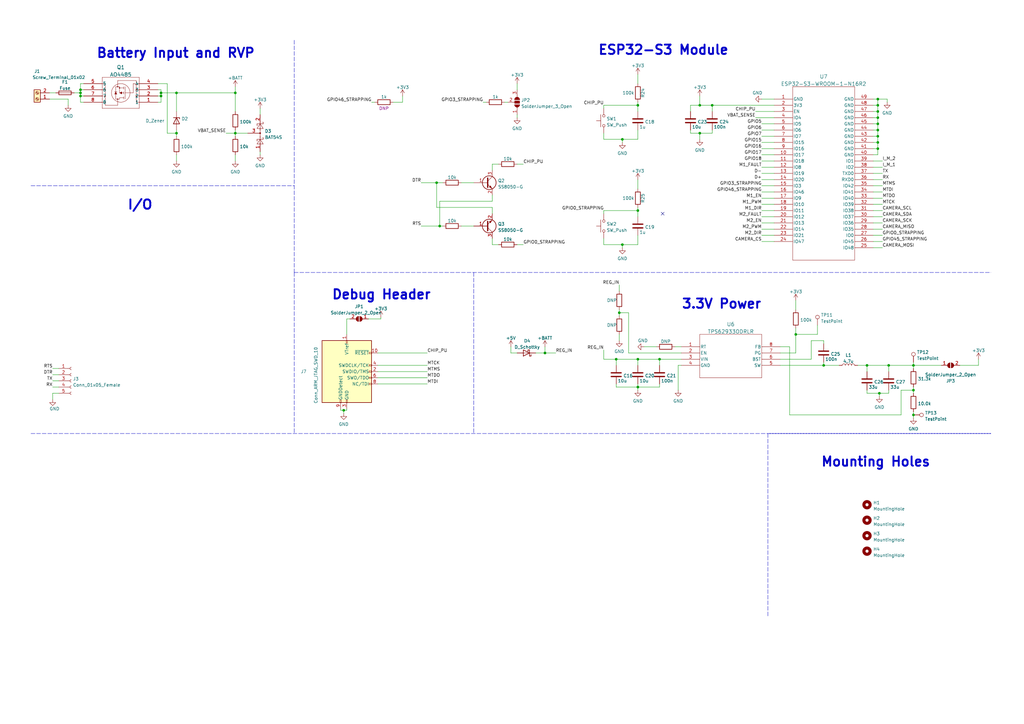
<source format=kicad_sch>
(kicad_sch (version 20231120) (generator "eeschema") (generator_version "8.0")
  (paper "A3")
  (title_block (title "ESP32 Example: Motor Controller") (date "2023-08-07") (rev "A") (company "ECE 445"))
  (lib_symbols
    (symbol "Connector:Conn_01x05_Female" (pin_names (offset 1.016) hide)
      (property "Reference" "J" (at 0 7.62 0))
      (property "Value" "Conn_01x05_Female" (at 0 -7.62 0))
      (symbol "Conn_01x05_Female_1_1"
        (pin passive line (at -5.08 5.08 0) (length 3.81) (name "Pin_1") (number "1"))
        (pin passive line (at -5.08 2.54 0) (length 3.81) (name "Pin_2") (number "2"))
        (pin passive line (at -5.08 0 0) (length 3.81) (name "Pin_3") (number "3"))
        (pin passive line (at -5.08 -2.54 0) (length 3.81) (name "Pin_4") (number "4"))
        (pin passive line (at -5.08 -5.08 0) (length 3.81) (name "Pin_5") (number "5"))
      )
    )
    (symbol "Connector:Conn_ARM_JTAG_SWD_10" (pin_names (offset 1.016))
      (property "Reference" "J" (at -2.54 16.51 0))
      (property "Value" "Conn_ARM_JTAG_SWD_10" (at -2.54 13.97 0))
      (symbol "Conn_ARM_JTAG_SWD_10_1_1"
        (pin power_in line (at 0 15.24 270) (length 2.54) (name "VTref") (number "1"))
        (pin open_collector line (at 12.7 7.62 180) (length 2.54) (name "~{RESET}") (number "10"))
        (pin bidirectional line (at 12.7 0 180) (length 2.54) (name "SWDIO/TMS") (number "2"))
        (pin power_in line (at 0 -15.24 90) (length 2.54) (name "GND") (number "3"))
        (pin output line (at 12.7 2.54 180) (length 2.54) (name "SWDCLK/TCK") (number "4"))
        (pin passive line (at 0 -15.24 90) (length 2.54) hide (name "GND") (number "5"))
        (pin input line (at 12.7 -2.54 180) (length 2.54) (name "SWO/TDO") (number "6"))
        (pin no_connect line (at -10.16 0 0) (length 2.54) hide (name "KEY") (number "7"))
        (pin output line (at 12.7 -5.08 180) (length 2.54) (name "NC/TDI") (number "8"))
        (pin passive line (at -2.54 -15.24 90) (length 2.54) (name "GNDDetect") (number "9"))
      )
    )
    (symbol "Connector:Screw_Terminal_01x02" (pin_names (offset 1.016) hide)
      (property "Reference" "J" (at 0 2.54 0))
      (property "Value" "Screw_Terminal_01x02" (at 0 -5.08 0))
      (symbol "Screw_Terminal_01x02_1_1"
        (pin passive line (at -5.08 0 0) (length 3.81) (name "Pin_1") (number "1"))
        (pin passive line (at -5.08 -2.54 0) (length 3.81) (name "Pin_2") (number "2"))
      )
    )
    (symbol "Connector:TestPoint" (pin_numbers hide) (pin_names (offset 0.762) hide)
      (property "Reference" "TP" (at 0 6.858 0))
      (property "Value" "TestPoint" (at 0 5.08 0))
      (symbol "TestPoint_1_1"
        (pin passive line (at 0 0 90) (length 2.54) (name "1") (number "1"))
      )
    )
    (symbol "Device:D_Schottky" (pin_numbers hide) (pin_names (offset 1.016) hide)
      (property "Reference" "D" (at 0 2.54 0))
      (property "Value" "D_Schottky" (at 0 -2.54 0))
      (symbol "D_Schottky_1_1"
        (pin passive line (at -3.81 0 0) (length 2.54) (name "K") (number "1"))
        (pin passive line (at 3.81 0 180) (length 2.54) (name "A") (number "2"))
      )
    )
    (symbol "Device:D_Zener" (pin_numbers hide) (pin_names (offset 1.016) hide)
      (property "Reference" "D" (at 0 2.54 0))
      (property "Value" "D_Zener" (at 0 -2.54 0))
      (symbol "D_Zener_1_1"
        (pin passive line (at -3.81 0 0) (length 2.54) (name "K") (number "1"))
        (pin passive line (at 3.81 0 180) (length 2.54) (name "A") (number "2"))
      )
    )
    (symbol "Device:Fuse" (pin_numbers hide) (pin_names (offset 0))
      (property "Reference" "F" (at 2.032 0 90))
      (property "Value" "Fuse" (at -1.905 0 90))
      (symbol "Fuse_1_1"
        (pin passive line (at 0 3.81 270) (length 1.27) (name "~") (number "1"))
        (pin passive line (at 0 -3.81 90) (length 1.27) (name "~") (number "2"))
      )
    )
    (symbol "Device:Q_NPN_BEC" (pin_names (offset 0) hide)
      (property "Reference" "Q" (at 5.08 1.27 0))
      (property "Value" "Q_NPN_BEC" (at 5.08 -1.27 0))
      (symbol "Q_NPN_BEC_1_1"
        (pin input line (at -5.08 0 0) (length 5.715) (name "B") (number "1"))
        (pin passive line (at 2.54 -5.08 90) (length 2.54) (name "E") (number "2"))
        (pin passive line (at 2.54 5.08 270) (length 2.54) (name "C") (number "3"))
      )
    )
    (symbol "Diode:BAT54S" (pin_names (offset 1.016))
      (property "Reference" "D" (at 0.635 -3.81 0))
      (property "Value" "BAT54S" (at -6.35 3.175 0))
      (symbol "BAT54S_1_1"
        (pin passive line (at -7.62 0 0) (length 3.81) (name "~") (number "1"))
        (pin passive line (at 7.62 0 180) (length 3.81) (name "~") (number "2"))
        (pin passive line (at 0 -5.08 90) (length 5.08) (name "~") (number "3"))
      )
    )
    (symbol "Jumper:SolderJumper_2_Open" (pin_names (offset 0) hide)
      (property "Reference" "JP" (at 0 2.032 0))
      (property "Value" "SolderJumper_2_Open" (at 0 -2.54 0))
      (symbol "SolderJumper_2_Open_1_1"
        (pin passive line (at -3.81 0 0) (length 2.54) (name "A") (number "1"))
        (pin passive line (at 3.81 0 180) (length 2.54) (name "B") (number "2"))
      )
    )
    (symbol "Jumper:SolderJumper_3_Open" (pin_names (offset 0) hide)
      (property "Reference" "JP" (at -2.54 -2.54 0))
      (property "Value" "SolderJumper_3_Open" (at 0 2.794 0))
      (symbol "SolderJumper_3_Open_1_1"
        (pin passive line (at -5.08 0 0) (length 2.54) (name "A") (number "1"))
        (pin passive line (at 0 -3.81 90) (length 2.54) (name "C") (number "2"))
        (pin passive line (at 5.08 0 180) (length 2.54) (name "B") (number "3"))
      )
    )
    (symbol "Mechanical:MountingHole" (pin_names (offset 1.016))
      (property "Reference" "H" (at 0 5.08 0))
      (property "Value" "MountingHole" (at 0 3.175 0))
    )
    (symbol "Switch:SW_Push" (pin_numbers hide) (pin_names (offset 1.016) hide)
      (property "Reference" "SW" (at 1.27 2.54 0))
      (property "Value" "SW_Push" (at 0 -1.524 0))
      (symbol "SW_Push_0_1"
        (pin passive line (at -5.08 0 0) (length 2.54) (name "1") (number "1"))
        (pin passive line (at 5.08 0 180) (length 2.54) (name "2") (number "2"))
      )
    )
    (symbol "basic:C" (pin_numbers hide) (pin_names (offset 0.254))
      (property "Reference" "C" (at 0.635 2.54 0))
      (symbol "C_1_1"
        (pin passive line (at 0 3.81 270) (length 2.794) (name "~") (number "1"))
        (pin passive line (at 0 -3.81 90) (length 2.794) (name "~") (number "2"))
      )
    )
    (symbol "basic:L" (pin_numbers hide) (pin_names (offset 1.016) hide)
      (property "Reference" "L" (at -1.27 0 90))
      (property "Value" "L" (at 1.905 0 90))
      (symbol "L_1_1"
        (pin passive line (at 0 3.81 270) (length 1.27) (name "1") (number "1"))
        (pin passive line (at 0 -3.81 90) (length 1.27) (name "2") (number "2"))
      )
    )
    (symbol "basic:R" (pin_numbers hide) (pin_names (offset 0))
      (property "Value" "R" (at 0 0 90))
      (symbol "R_1_1"
        (pin passive line (at 0 3.81 270) (length 1.27) (name "~") (number "1"))
        (pin passive line (at 0 -3.81 90) (length 1.27) (name "~") (number "2"))
      )
    )
    (symbol "local_symbols:AO4485" (pin_names (offset 0.254))
      (property "Reference" "Q" (at 15.24 7.62 0))
      (property "Value" "AO4485" (at 15.24 5.08 0))
      (symbol "AO4485_0_1"
        (pin unspecified line (at 0 0 0) (length 7.62) (name "1") (number "1"))
        (pin unspecified line (at 0 -2.54 0) (length 7.62) (name "2") (number "2"))
        (pin unspecified line (at 0 -5.08 0) (length 7.62) (name "3") (number "3"))
        (pin unspecified line (at 0 -7.62 0) (length 7.62) (name "4") (number "4"))
        (pin unspecified line (at 30.48 -7.62 180) (length 7.62) (name "5") (number "5"))
        (pin unspecified line (at 30.48 -5.08 180) (length 7.62) (name "6") (number "6"))
        (pin unspecified line (at 30.48 -2.54 180) (length 7.62) (name "7") (number "7"))
        (pin unspecified line (at 30.48 0 180) (length 7.62) (name "8") (number "8"))
      )
    )
    (symbol "local_symbols:ESP32-S3-WROOM-1-N16R2" (pin_names (offset 0.254))
      (property "Reference" "U" (at 20.32 10.16 0))
      (property "Value" "ESP32-S3-WROOM-1-N16R2" (at 20.32 7.62 0))
      (symbol "ESP32-S3-WROOM-1-N16R2_0_1"
        (pin power_out line (at 0 0 0) (length 7.62) (name "GND") (number "1"))
        (pin bidirectional line (at 0 -22.86 0) (length 7.62) (name "IO17") (number "10"))
        (pin bidirectional line (at 0 -25.4 0) (length 7.62) (name "IO18") (number "11"))
        (pin bidirectional line (at 0 -27.94 0) (length 7.62) (name "IO8") (number "12"))
        (pin bidirectional line (at 0 -30.48 0) (length 7.62) (name "IO19") (number "13"))
        (pin bidirectional line (at 0 -33.02 0) (length 7.62) (name "IO20") (number "14"))
        (pin bidirectional line (at 0 -35.56 0) (length 7.62) (name "IO3") (number "15"))
        (pin bidirectional line (at 0 -38.1 0) (length 7.62) (name "IO46") (number "16"))
        (pin bidirectional line (at 0 -40.64 0) (length 7.62) (name "IO9") (number "17"))
        (pin bidirectional line (at 0 -43.18 0) (length 7.62) (name "IO10") (number "18"))
        (pin bidirectional line (at 0 -45.72 0) (length 7.62) (name "IO11") (number "19"))
        (pin power_in line (at 0 -2.54 0) (length 7.62) (name "3V3") (number "2"))
        (pin bidirectional line (at 0 -48.26 0) (length 7.62) (name "IO12") (number "20"))
        (pin bidirectional line (at 0 -50.8 0) (length 7.62) (name "IO13") (number "21"))
        (pin bidirectional line (at 0 -53.34 0) (length 7.62) (name "IO14") (number "22"))
        (pin bidirectional line (at 0 -55.88 0) (length 7.62) (name "IO21") (number "23"))
        (pin bidirectional line (at 0 -58.42 0) (length 7.62) (name "IO47") (number "24"))
        (pin bidirectional line (at 40.64 -60.96 180) (length 7.62) (name "IO48") (number "25"))
        (pin bidirectional line (at 40.64 -58.42 180) (length 7.62) (name "IO45") (number "26"))
        (pin bidirectional line (at 40.64 -55.88 180) (length 7.62) (name "IO0") (number "27"))
        (pin bidirectional line (at 40.64 -53.34 180) (length 7.62) (name "IO35") (number "28"))
        (pin bidirectional line (at 40.64 -50.8 180) (length 7.62) (name "IO36") (number "29"))
        (pin input line (at 0 -5.08 0) (length 7.62) (name "EN") (number "3"))
        (pin bidirectional line (at 40.64 -48.26 180) (length 7.62) (name "IO37") (number "30"))
        (pin bidirectional line (at 40.64 -45.72 180) (length 7.62) (name "IO38") (number "31"))
        (pin bidirectional line (at 40.64 -43.18 180) (length 7.62) (name "IO39") (number "32"))
        (pin bidirectional line (at 40.64 -40.64 180) (length 7.62) (name "IO40") (number "33"))
        (pin bidirectional line (at 40.64 -38.1 180) (length 7.62) (name "IO41") (number "34"))
        (pin bidirectional line (at 40.64 -35.56 180) (length 7.62) (name "IO42") (number "35"))
        (pin bidirectional line (at 40.64 -33.02 180) (length 7.62) (name "RXD0") (number "36"))
        (pin bidirectional line (at 40.64 -30.48 180) (length 7.62) (name "TXD0") (number "37"))
        (pin bidirectional line (at 40.64 -27.94 180) (length 7.62) (name "IO2") (number "38"))
        (pin bidirectional line (at 40.64 -25.4 180) (length 7.62) (name "IO1") (number "39"))
        (pin bidirectional line (at 0 -7.62 0) (length 7.62) (name "IO4") (number "4"))
        (pin power_out line (at 40.64 -22.86 180) (length 7.62) (name "GND") (number "40"))
        (pin power_out line (at 40.64 -20.32 180) (length 7.62) (name "GND") (number "41"))
        (pin power_out line (at 40.64 -17.78 180) (length 7.62) (name "GND") (number "42"))
        (pin power_out line (at 40.64 -15.24 180) (length 7.62) (name "GND") (number "43"))
        (pin power_out line (at 40.64 -12.7 180) (length 7.62) (name "GND") (number "44"))
        (pin power_out line (at 40.64 -10.16 180) (length 7.62) (name "GND") (number "45"))
        (pin power_out line (at 40.64 -7.62 180) (length 7.62) (name "GND") (number "46"))
        (pin power_out line (at 40.64 -5.08 180) (length 7.62) (name "GND") (number "47"))
        (pin power_out line (at 40.64 -2.54 180) (length 7.62) (name "GND") (number "48"))
        (pin power_out line (at 40.64 0 180) (length 7.62) (name "GND") (number "49"))
        (pin bidirectional line (at 0 -10.16 0) (length 7.62) (name "IO5") (number "5"))
        (pin bidirectional line (at 0 -12.7 0) (length 7.62) (name "IO6") (number "6"))
        (pin bidirectional line (at 0 -15.24 0) (length 7.62) (name "IO7") (number "7"))
        (pin bidirectional line (at 0 -17.78 0) (length 7.62) (name "IO15") (number "8"))
        (pin bidirectional line (at 0 -20.32 0) (length 7.62) (name "IO16") (number "9"))
      )
    )
    (symbol "local_symbols:TPS62933ODRLR" (pin_names (offset 0.254))
      (property "Reference" "U" (at 20.32 10.16 0))
      (property "Value" "TPS62933ODRLR" (at 20.32 7.62 0))
      (symbol "TPS62933ODRLR_0_1"
        (pin unspecified line (at 0 0 0) (length 7.62) (name "RT") (number "1"))
        (pin unspecified line (at 0 -2.54 0) (length 7.62) (name "EN") (number "2"))
        (pin power_in line (at 0 -5.08 0) (length 7.62) (name "VIN") (number "3"))
        (pin power_out line (at 0 -7.62 0) (length 7.62) (name "GND") (number "4"))
        (pin power_in line (at 40.64 -7.62 180) (length 7.62) (name "SW") (number "5"))
        (pin power_in line (at 40.64 -5.08 180) (length 7.62) (name "BST") (number "6"))
        (pin unspecified line (at 40.64 -2.54 180) (length 7.62) (name "PG") (number "7"))
        (pin unspecified line (at 40.64 0 180) (length 7.62) (name "FB") (number "8"))
      )
    )
    (symbol "power:+3V3" (power) (pin_names (offset 0))
      (property "Value" "+3V3" (at 0 3.556 0))
      (symbol "+3V3_1_1"
        (pin power_in line (at 0 0 90) (length 0) hide (name "+3V3") (number "1"))
      )
    )
    (symbol "power:+5V" (power) (pin_names (offset 0))
      (property "Value" "+5V" (at 0 3.556 0))
      (symbol "+5V_1_1"
        (pin power_in line (at 0 0 90) (length 0) hide (name "+5V") (number "1"))
      )
    )
    (symbol "power:+BATT" (power) (pin_names (offset 0))
      (property "Value" "+BATT" (at 0 3.556 0))
      (symbol "+BATT_1_1"
        (pin power_in line (at 0 0 90) (length 0) hide (name "+BATT") (number "1"))
      )
    )
    (symbol "power:GND" (power) (pin_names (offset 0))
      (property "Value" "GND" (at 0 -3.81 0))
      (symbol "GND_1_1"
        (pin power_in line (at 0 0 270) (length 0) hide (name "GND") (number "1"))
      )
    )
  )
  (junction (at 261.62 43.18))
  (junction (at 72.39 54.61))
  (junction (at 223.52 144.78))
  (junction (at 66.04 38.1))
  (junction (at 33.02 39.37))
  (junction (at 360.045 55.88))
  (junction (at 261.62 158.75))
  (junction (at 360.045 45.72))
  (junction (at 364.49 149.86))
  (junction (at 287.02 43.18))
  (junction (at 360.045 48.26))
  (junction (at 326.39 137.16))
  (junction (at 337.82 149.86))
  (junction (at 360.045 50.8))
  (junction (at 33.02 38.1))
  (junction (at 261.62 147.32))
  (junction (at 287.02 54.61))
  (junction (at 140.97 168.275))
  (junction (at 374.65 170.18))
  (junction (at 360.68 161.29))
  (junction (at 180.34 92.71))
  (junction (at 96.52 38.1))
  (junction (at 270.51 147.32))
  (junction (at 360.045 40.64))
  (junction (at 255.27 57.15))
  (junction (at 179.07 74.93))
  (junction (at 66.04 39.37))
  (junction (at 360.045 53.34))
  (junction (at 360.045 60.96))
  (junction (at 252.73 147.32))
  (junction (at 33.02 36.83))
  (junction (at 374.65 149.86))
  (junction (at 374.65 160.02))
  (junction (at 254 128.27))
  (junction (at 360.045 43.18))
  (junction (at 72.39 38.1))
  (junction (at 255.27 100.33))
  (junction (at 292.1 43.18))
  (junction (at 360.045 58.42))
  (junction (at 261.62 86.36))
  (junction (at 355.6 149.86))
  (junction (at 96.52 54.61))
  (no_connect (at 421.64 144.78))
  (no_connect (at 271.78 87.63))
  (wire (pts (xy 270.51 158.75) (xy 261.62 158.75)))
  (wire (pts (xy 207.01 41.91) (xy 208.28 41.91)))
  (wire (pts (xy 64.77 36.83) (xy 66.04 36.83)))
  (wire (pts (xy 358.14 101.6) (xy 361.95 101.6)))
  (polyline (pts (xy 12.7 177.8) (xy 406.4 177.8)) (stroke (width 0) (type dash)))
  (wire (pts (xy 219.71 144.78) (xy 223.52 144.78)))
  (wire (pts (xy 374.65 168.91) (xy 374.65 170.18)))
  (wire (pts (xy 261.62 85.09) (xy 261.62 86.36)))
  (wire (pts (xy 172.72 92.71) (xy 180.34 92.71)))
  (wire (pts (xy 374.65 160.02) (xy 374.65 161.29)))
  (wire (pts (xy 358.14 60.96) (xy 360.045 60.96)))
  (wire (pts (xy 212.09 46.99) (xy 212.09 48.26)))
  (wire (pts (xy 106.68 62.23) (xy 106.68 63.5)))
  (wire (pts (xy 96.52 54.61) (xy 96.52 55.88)))
  (wire (pts (xy 257.81 144.78) (xy 257.81 128.27)))
  (wire (pts (xy 283.21 54.61) (xy 287.02 54.61)))
  (wire (pts (xy 154.94 154.94) (xy 175.26 154.94)))
  (wire (pts (xy 337.82 139.7) (xy 337.82 140.97)))
  (wire (pts (xy 337.82 149.86) (xy 344.17 149.86)))
  (wire (pts (xy 33.02 41.91) (xy 34.29 41.91)))
  (wire (pts (xy 33.02 39.37) (xy 34.29 39.37)))
  (wire (pts (xy 312.42 76.2) (xy 317.5 76.2)))
  (wire (pts (xy 201.93 82.55) (xy 180.34 82.55)))
  (wire (pts (xy 247.65 147.32) (xy 252.73 147.32)))
  (wire (pts (xy 351.79 149.86) (xy 355.6 149.86)))
  (polyline (pts (xy 120.65 111.76) (xy 120.65 177.8)) (stroke (width 0) (type dash)))
  (wire (pts (xy 201.93 97.79) (xy 201.93 100.33)))
  (wire (pts (xy 360.045 60.96) (xy 360.045 58.42)))
  (wire (pts (xy 142.24 168.275) (xy 140.97 168.275)))
  (wire (pts (xy 30.48 38.1) (xy 33.02 38.1)))
  (wire (pts (xy 374.65 170.18) (xy 374.65 171.45)))
  (wire (pts (xy 360.045 63.5) (xy 360.045 60.96)))
  (wire (pts (xy 312.42 58.42) (xy 317.5 58.42)))
  (wire (pts (xy 312.42 53.34) (xy 317.5 53.34)))
  (wire (pts (xy 261.62 43.18) (xy 261.62 45.72)))
  (wire (pts (xy 312.42 73.66) (xy 317.5 73.66)))
  (wire (pts (xy 360.045 55.88) (xy 360.045 53.34)))
  (wire (pts (xy 33.02 38.1) (xy 33.02 39.37)))
  (wire (pts (xy 261.62 158.75) (xy 261.62 160.02)))
  (wire (pts (xy 255.27 100.33) (xy 255.27 101.6)))
  (wire (pts (xy 96.52 63.5) (xy 96.52 66.04)))
  (wire (pts (xy 201.93 67.31) (xy 201.93 69.85)))
  (wire (pts (xy 320.04 144.78) (xy 326.39 144.78)))
  (wire (pts (xy 360.68 161.29) (xy 360.68 162.56)))
  (wire (pts (xy 270.51 149.86) (xy 270.51 147.32)))
  (wire (pts (xy 283.21 43.18) (xy 287.02 43.18)))
  (wire (pts (xy 255.27 57.15) (xy 255.27 58.42)))
  (wire (pts (xy 247.65 86.36) (xy 261.62 86.36)))
  (wire (pts (xy 223.52 144.78) (xy 227.965 144.78)))
  (wire (pts (xy 261.62 149.86) (xy 261.62 147.32)))
  (wire (pts (xy 358.14 88.9) (xy 361.95 88.9)))
  (wire (pts (xy 72.39 54.61) (xy 72.39 55.88)))
  (wire (pts (xy 143.51 130.81) (xy 142.24 130.81)))
  (wire (pts (xy 72.39 38.1) (xy 96.52 38.1)))
  (wire (pts (xy 312.42 83.82) (xy 317.5 83.82)))
  (wire (pts (xy 139.7 167.64) (xy 139.7 168.275)))
  (wire (pts (xy 261.62 30.48) (xy 261.62 34.29)))
  (wire (pts (xy 358.14 50.8) (xy 360.045 50.8)))
  (wire (pts (xy 72.39 54.61) (xy 68.58 54.61)))
  (wire (pts (xy 142.24 167.64) (xy 142.24 168.275)))
  (wire (pts (xy 309.88 45.72) (xy 317.5 45.72)))
  (wire (pts (xy 72.39 53.34) (xy 72.39 54.61)))
  (wire (pts (xy 360.045 53.34) (xy 360.045 50.8)))
  (wire (pts (xy 312.42 78.74) (xy 317.5 78.74)))
  (wire (pts (xy 332.74 139.7) (xy 337.82 139.7)))
  (wire (pts (xy 68.58 34.29) (xy 64.77 34.29)))
  (wire (pts (xy 254 116.84) (xy 254 119.38)))
  (wire (pts (xy 364.49 149.86) (xy 374.65 149.86)))
  (wire (pts (xy 358.14 96.52) (xy 361.95 96.52)))
  (wire (pts (xy 20.32 38.1) (xy 22.86 38.1)))
  (polyline (pts (xy 12.7 76.2) (xy 120.65 76.2)) (stroke (width 0) (type dash)))
  (wire (pts (xy 257.81 128.27) (xy 254 128.27)))
  (wire (pts (xy 247.65 97.79) (xy 247.65 100.33)))
  (wire (pts (xy 292.1 43.18) (xy 317.5 43.18)))
  (wire (pts (xy 96.52 54.61) (xy 101.6 54.61)))
  (wire (pts (xy 21.59 153.67) (xy 24.13 153.67)))
  (wire (pts (xy 96.52 38.1) (xy 96.52 45.72)))
  (wire (pts (xy 106.68 44.45) (xy 106.68 46.99)))
  (wire (pts (xy 154.94 152.4) (xy 175.26 152.4)))
  (wire (pts (xy 179.07 85.09) (xy 179.07 74.93)))
  (wire (pts (xy 312.42 63.5) (xy 317.5 63.5)))
  (wire (pts (xy 64.77 39.37) (xy 66.04 39.37)))
  (wire (pts (xy 360.045 40.64) (xy 363.855 40.64)))
  (wire (pts (xy 96.52 38.1) (xy 96.52 35.56)))
  (wire (pts (xy 358.14 71.12) (xy 361.95 71.12)))
  (wire (pts (xy 360.045 48.26) (xy 360.045 45.72)))
  (wire (pts (xy 261.62 100.33) (xy 255.27 100.33)))
  (wire (pts (xy 358.14 81.28) (xy 361.95 81.28)))
  (wire (pts (xy 320.04 147.32) (xy 332.74 147.32)))
  (wire (pts (xy 358.14 63.5) (xy 360.045 63.5)))
  (wire (pts (xy 287.02 54.61) (xy 292.1 54.61)))
  (wire (pts (xy 358.14 55.88) (xy 360.045 55.88)))
  (wire (pts (xy 254 128.27) (xy 254 129.54)))
  (wire (pts (xy 360.68 161.29) (xy 364.49 161.29)))
  (wire (pts (xy 358.14 53.34) (xy 360.045 53.34)))
  (wire (pts (xy 358.14 86.36) (xy 361.95 86.36)))
  (wire (pts (xy 323.85 170.18) (xy 323.85 142.24)))
  (wire (pts (xy 154.94 157.48) (xy 175.26 157.48)))
  (wire (pts (xy 358.14 76.2) (xy 361.95 76.2)))
  (wire (pts (xy 287.02 54.61) (xy 287.02 57.15)))
  (wire (pts (xy 332.74 147.32) (xy 332.74 139.7)))
  (wire (pts (xy 358.14 68.58) (xy 361.95 68.58)))
  (wire (pts (xy 360.045 40.64) (xy 360.045 43.18)))
  (wire (pts (xy 358.14 91.44) (xy 361.95 91.44)))
  (wire (pts (xy 261.62 86.36) (xy 261.62 88.9)))
  (wire (pts (xy 358.14 83.82) (xy 361.95 83.82)))
  (wire (pts (xy 374.65 151.13) (xy 374.65 149.86)))
  (wire (pts (xy 201.93 87.63) (xy 201.93 85.09)))
  (wire (pts (xy 172.72 74.93) (xy 179.07 74.93)))
  (wire (pts (xy 96.52 53.34) (xy 96.52 54.61)))
  (wire (pts (xy 335.28 133.35) (xy 335.28 137.16)))
  (wire (pts (xy 261.62 41.91) (xy 261.62 43.18)))
  (wire (pts (xy 66.04 38.1) (xy 66.04 39.37)))
  (wire (pts (xy 33.02 39.37) (xy 33.02 41.91)))
  (wire (pts (xy 140.97 168.275) (xy 140.97 169.545)))
  (wire (pts (xy 179.07 74.93) (xy 181.61 74.93)))
  (wire (pts (xy 364.49 152.4) (xy 364.49 149.86)))
  (wire (pts (xy 358.14 73.66) (xy 361.95 73.66)))
  (wire (pts (xy 209.55 144.78) (xy 212.09 144.78)))
  (wire (pts (xy 27.94 40.64) (xy 27.94 43.18)))
  (wire (pts (xy 374.65 160.02) (xy 369.57 160.02)))
  (wire (pts (xy 64.77 41.91) (xy 66.04 41.91)))
  (wire (pts (xy 312.42 91.44) (xy 317.5 91.44)))
  (wire (pts (xy 33.02 34.29) (xy 33.02 36.83)))
  (wire (pts (xy 270.51 147.32) (xy 279.4 147.32)))
  (wire (pts (xy 358.14 48.26) (xy 360.045 48.26)))
  (wire (pts (xy 212.09 67.31) (xy 214.63 67.31)))
  (wire (pts (xy 252.73 157.48) (xy 252.73 158.75)))
  (wire (pts (xy 374.65 149.86) (xy 386.08 149.86)))
  (wire (pts (xy 374.65 148.59) (xy 374.65 149.86)))
  (wire (pts (xy 292.1 53.34) (xy 292.1 54.61)))
  (wire (pts (xy 66.04 36.83) (xy 66.04 38.1)))
  (wire (pts (xy 247.65 57.15) (xy 255.27 57.15)))
  (wire (pts (xy 358.14 40.64) (xy 360.045 40.64)))
  (wire (pts (xy 247.65 43.18) (xy 261.62 43.18)))
  (wire (pts (xy 312.42 68.58) (xy 317.5 68.58)))
  (wire (pts (xy 66.04 38.1) (xy 72.39 38.1)))
  (wire (pts (xy 355.6 161.29) (xy 360.68 161.29)))
  (wire (pts (xy 358.14 99.06) (xy 361.95 99.06)))
  (wire (pts (xy 261.62 73.66) (xy 261.62 77.47)))
  (wire (pts (xy 21.59 161.29) (xy 21.59 163.83)))
  (wire (pts (xy 279.4 144.78) (xy 257.81 144.78)))
  (wire (pts (xy 261.62 96.52) (xy 261.62 100.33)))
  (wire (pts (xy 312.42 86.36) (xy 317.5 86.36)))
  (wire (pts (xy 92.71 54.61) (xy 96.52 54.61)))
  (wire (pts (xy 261.62 57.15) (xy 255.27 57.15)))
  (wire (pts (xy 401.32 147.32) (xy 401.32 149.86)))
  (wire (pts (xy 212.09 100.33) (xy 214.63 100.33)))
  (wire (pts (xy 358.14 45.72) (xy 360.045 45.72)))
  (wire (pts (xy 161.29 41.91) (xy 165.1 41.91)))
  (wire (pts (xy 312.42 93.98) (xy 317.5 93.98)))
  (wire (pts (xy 180.34 82.55) (xy 180.34 92.71)))
  (wire (pts (xy 33.02 36.83) (xy 33.02 38.1)))
  (polyline (pts (xy 194.31 111.76) (xy 194.31 177.8)) (stroke (width 0) (type dash)))
  (wire (pts (xy 283.21 45.72) (xy 283.21 43.18)))
  (wire (pts (xy 358.14 58.42) (xy 360.045 58.42)))
  (wire (pts (xy 270.51 147.32) (xy 261.62 147.32)))
  (wire (pts (xy 154.94 149.86) (xy 175.26 149.86)))
  (wire (pts (xy 364.49 149.86) (xy 355.6 149.86)))
  (wire (pts (xy 326.39 137.16) (xy 326.39 144.78)))
  (wire (pts (xy 355.6 149.86) (xy 355.6 152.4)))
  (wire (pts (xy 247.65 54.61) (xy 247.65 57.15)))
  (wire (pts (xy 24.13 161.29) (xy 21.59 161.29)))
  (wire (pts (xy 247.65 44.45) (xy 247.65 43.18)))
  (wire (pts (xy 369.57 170.18) (xy 323.85 170.18)))
  (wire (pts (xy 180.34 92.71) (xy 181.61 92.71)))
  (wire (pts (xy 374.65 158.75) (xy 374.65 160.02)))
  (wire (pts (xy 270.51 157.48) (xy 270.51 158.75)))
  (wire (pts (xy 142.24 130.81) (xy 142.24 137.16)))
  (wire (pts (xy 21.59 151.13) (xy 24.13 151.13)))
  (wire (pts (xy 254 137.16) (xy 254 139.7)))
  (wire (pts (xy 360.045 50.8) (xy 360.045 48.26)))
  (wire (pts (xy 68.58 54.61) (xy 68.58 34.29)))
  (wire (pts (xy 279.4 149.86) (xy 278.13 149.86)))
  (wire (pts (xy 151.13 130.81) (xy 156.21 130.81)))
  (wire (pts (xy 252.73 147.32) (xy 252.73 149.86)))
  (wire (pts (xy 21.59 156.21) (xy 24.13 156.21)))
  (wire (pts (xy 201.93 80.01) (xy 201.93 82.55)))
  (polyline (pts (xy 120.65 111.76) (xy 406.4 111.76)) (stroke (width 0) (type dash)))
  (wire (pts (xy 287.02 39.37) (xy 287.02 43.18)))
  (wire (pts (xy 204.47 67.31) (xy 201.93 67.31)))
  (wire (pts (xy 312.42 96.52) (xy 317.5 96.52)))
  (wire (pts (xy 326.39 123.19) (xy 326.39 127)))
  (wire (pts (xy 34.29 34.29) (xy 33.02 34.29)))
  (wire (pts (xy 278.13 149.86) (xy 278.13 160.02)))
  (wire (pts (xy 189.23 74.93) (xy 194.31 74.93)))
  (wire (pts (xy 312.42 81.28) (xy 317.5 81.28)))
  (wire (pts (xy 247.65 87.63) (xy 247.65 86.36)))
  (wire (pts (xy 201.93 100.33) (xy 204.47 100.33)))
  (wire (pts (xy 264.16 142.24) (xy 269.24 142.24)))
  (wire (pts (xy 363.855 41.91) (xy 363.855 40.64)))
  (wire (pts (xy 323.85 142.24) (xy 320.04 142.24)))
  (wire (pts (xy 360.045 43.18) (xy 358.14 43.18)))
  (wire (pts (xy 254 127) (xy 254 128.27)))
  (wire (pts (xy 360.045 45.72) (xy 360.045 43.18)))
  (wire (pts (xy 156.21 130.175) (xy 156.21 130.81)))
  (wire (pts (xy 312.42 60.96) (xy 317.5 60.96)))
  (polyline (pts (xy 120.65 16.51) (xy 120.65 111.76)) (stroke (width 0) (type dash)))
  (wire (pts (xy 358.14 66.04) (xy 361.95 66.04)))
  (wire (pts (xy 72.39 63.5) (xy 72.39 66.04)))
  (wire (pts (xy 283.21 53.34) (xy 283.21 54.61)))
  (wire (pts (xy 312.42 50.8) (xy 317.5 50.8)))
  (wire (pts (xy 358.14 78.74) (xy 361.95 78.74)))
  (wire (pts (xy 312.42 40.64) (xy 317.5 40.64)))
  (wire (pts (xy 369.57 160.02) (xy 369.57 170.18)))
  (wire (pts (xy 189.23 92.71) (xy 194.31 92.71)))
  (wire (pts (xy 252.73 158.75) (xy 261.62 158.75)))
  (wire (pts (xy 209.55 142.24) (xy 209.55 144.78)))
  (wire (pts (xy 312.42 71.12) (xy 317.5 71.12)))
  (wire (pts (xy 261.62 53.34) (xy 261.62 57.15)))
  (wire (pts (xy 312.42 88.9) (xy 317.5 88.9)))
  (polyline (pts (xy 406.4 177.8) (xy 314.96 177.8)) (stroke (width 0) (type dash)))
  (wire (pts (xy 223.52 142.24) (xy 223.52 144.78)))
  (wire (pts (xy 309.88 48.26) (xy 317.5 48.26)))
  (wire (pts (xy 312.42 55.88) (xy 317.5 55.88)))
  (wire (pts (xy 312.42 66.04) (xy 317.5 66.04)))
  (wire (pts (xy 20.32 40.64) (xy 27.94 40.64)))
  (wire (pts (xy 276.86 142.24) (xy 279.4 142.24)))
  (wire (pts (xy 21.59 158.75) (xy 24.13 158.75)))
  (wire (pts (xy 355.6 160.02) (xy 355.6 161.29)))
  (wire (pts (xy 358.14 93.98) (xy 361.95 93.98)))
  (wire (pts (xy 201.93 85.09) (xy 179.07 85.09)))
  (wire (pts (xy 66.04 39.37) (xy 66.04 41.91)))
  (wire (pts (xy 72.39 38.1) (xy 72.39 45.72)))
  (wire (pts (xy 212.09 34.29) (xy 212.09 36.83)))
  (wire (pts (xy 261.62 157.48) (xy 261.62 158.75)))
  (wire (pts (xy 198.12 41.91) (xy 199.39 41.91)))
  (wire (pts (xy 335.28 137.16) (xy 326.39 137.16)))
  (wire (pts (xy 154.94 144.78) (xy 175.26 144.78)))
  (wire (pts (xy 292.1 43.18) (xy 292.1 45.72)))
  (wire (pts (xy 261.62 147.32) (xy 252.73 147.32)))
  (wire (pts (xy 287.02 43.18) (xy 292.1 43.18)))
  (wire (pts (xy 33.02 36.83) (xy 34.29 36.83)))
  (wire (pts (xy 165.1 39.37) (xy 165.1 41.91)))
  (wire (pts (xy 247.65 100.33) (xy 255.27 100.33)))
  (wire (pts (xy 139.7 168.275) (xy 140.97 168.275)))
  (wire (pts (xy 364.49 161.29) (xy 364.49 160.02)))
  (wire (pts (xy 393.7 149.86) (xy 401.32 149.86)))
  (wire (pts (xy 247.65 143.51) (xy 247.65 147.32)))
  (wire (pts (xy 337.82 148.59) (xy 337.82 149.86)))
  (wire (pts (xy 360.045 58.42) (xy 360.045 55.88)))
  (wire (pts (xy 320.04 149.86) (xy 337.82 149.86)))
  (polyline (pts (xy 314.96 177.8) (xy 314.96 252.73)) (stroke (width 0) (type dash)))
  (wire (pts (xy 326.39 134.62) (xy 326.39 137.16)))
  (wire (pts (xy 312.42 99.06) (xy 317.5 99.06)))
  (wire (pts (xy 152.4 41.91) (xy 153.67 41.91)))
  (text "ESP32-S3 Module" (at 245.11 22.86 0) (effects (font (size 3.81 3.81) (thickness 0.762) (bold yes)) (justify left bottom)))
  (text "Debug Header" (at 135.89 123.19 0) (effects (font (size 3.81 3.81) (thickness 0.762) (bold yes)) (justify left bottom)))
  (text "Mounting Holes" (at 336.55 191.77 0) (effects (font (size 3.81 3.81) (thickness 0.762) (bold yes)) (justify left bottom)))
  (text "3.3V Power" (at 279.4 127 0) (effects (font (size 3.81 3.81) (thickness 0.762) (bold yes)) (justify left bottom)))
  (text "Battery Input and RVP" (at 39.37 24.13 0) (effects (font (size 3.81 3.81) (thickness 0.762) (bold yes)) (justify left bottom)))
  (text "I/O" (at 52.07 86.36 0) (effects (font (size 3.81 3.81) (thickness 0.762) (bold yes)) (justify left bottom)))
  (label "REG_IN" (at 247.65 143.51 180))
  (label "M2_EN" (at 312.42 91.44 180))
  (label "CHIP_PU" (at 214.63 67.31 0))
  (label "M1_FAULT" (at 312.42 68.58 180))
  (label "RX" (at 21.59 158.75 180))
  (label "RX" (at 361.95 73.66 0))
  (label "GPIO6" (at 312.42 53.34 180))
  (label "CAMERA_SCK" (at 361.95 91.44 0))
  (label "I_M_2" (at 361.95 66.04 0))
  (label "TX" (at 21.59 156.21 180))
  (label "CAMERA_SDA" (at 361.95 88.9 0))
  (label "GPIO45_STRAPPING" (at 361.95 99.06 0))
  (label "GPIO3_STRAPPING" (at 312.42 76.2 180))
  (label "GPIO46_STRAPPING" (at 312.42 78.74 180))
  (label "GPIO17" (at 312.42 63.5 180))
  (label "RTS" (at 21.59 151.13 180))
  (label "GPIO5" (at 312.42 50.8 180))
  (label "CAMERA_CS" (at 312.42 99.06 180))
  (label "CHIP_PU" (at 175.26 144.78 0))
  (label "CAMERA_SCL" (at 361.95 86.36 0))
  (label "CHIP_PU" (at 247.65 43.18 180))
  (label "MTCK" (at 361.95 83.82 0))
  (label "TX" (at 361.95 71.12 0))
  (label "M1_DIR" (at 312.42 86.36 180))
  (label "GPIO18" (at 312.42 66.04 180))
  (label "GPIO16" (at 312.42 60.96 180))
  (label "GPIO7" (at 312.42 55.88 180))
  (label "REG_IN" (at 227.965 144.78 0))
  (label "VBAT_SENSE" (at 309.88 48.26 180))
  (label "D+" (at 312.42 73.66 180))
  (label "GPIO0_STRAPPING" (at 247.65 86.36 180))
  (label "M2_PWM" (at 312.42 93.98 180))
  (label "D-" (at 312.42 71.12 180))
  (label "MTMS" (at 361.95 76.2 0))
  (label "MTDO" (at 361.95 81.28 0))
  (label "GPIO46_STRAPPING" (at 152.4 41.91 180))
  (label "CAMERA_MOSI" (at 361.95 101.6 0))
  (label "M1_EN" (at 312.42 81.28 180))
  (label "MTDI" (at 175.26 157.48 0))
  (label "MTDI" (at 361.95 78.74 0))
  (label "I_M_1" (at 361.95 68.58 0))
  (label "CHIP_PU" (at 309.88 45.72 180))
  (label "M1_PWM" (at 312.42 83.82 180))
  (label "M2_DIR" (at 312.42 96.52 180))
  (label "CAMERA_MISO" (at 361.95 93.98 0))
  (label "GPIO15" (at 312.42 58.42 180))
  (label "GPIO3_STRAPPING" (at 198.12 41.91 180))
  (label "MTDO" (at 175.26 154.94 0))
  (label "VBAT_SENSE" (at 92.71 54.61 180))
  (label "DTR" (at 172.72 74.93 180))
  (label "MTCK" (at 175.26 149.86 0))
  (label "DTR" (at 21.59 153.67 180))
  (label "GPIO0_STRAPPING" (at 214.63 100.33 0))
  (label "M2_FAULT" (at 312.42 88.9 180))
  (label "RTS" (at 172.72 92.71 180))
  (label "REG_IN" (at 254 116.84 180))
  (label "MTMS" (at 175.26 152.4 0))
  (label "GPIO0_STRAPPING" (at 361.95 96.52 0))
  (symbol (lib_id "basic:R") (at 374.65 154.94 0) (unit 1)
    (property "Reference" "R30" (effects (hide yes)))
    (property "Value" "31.3k" (at 376.428 155.3738 0) (effects (justify left)))
    (property "Footprint" "Resistor_SMD:R_0805_2012Metric" (effects (hide yes)))
  )
  (symbol (lib_id "power:GND") (at 212.09 48.26 0) (unit 1)
    (property "Reference" "#PWR043" (effects (hide yes)))
    (property "Value" "GND" (at 212.09 52.7034 0))
  )
  (symbol (lib_id "Connector:Conn_01x05_Female") (at 29.21 156.21 0) (unit 1)
    (property "Reference" "J3" (at 29.9212 155.3753 0) (effects (justify left)))
    (property "Value" "Conn_01x05_Female" (at 29.9212 157.9122 0) (effects (justify left)))
    (property "Footprint" "Connector_PinHeader_2.54mm:PinHeader_1x05_P2.54mm_Vertical" (effects (hide yes)))
  )
  (symbol (lib_id "basic:C") (at 283.21 49.53 0) (unit 1)
    (property "Reference" "C23" (at 286.131 49.9638 0) (effects (justify left)))
    (property "Value" "10u" (at 283.845 52.07 0) (effects (justify left)))
    (property "Footprint" "Capacitor_SMD:C_0805_2012Metric" (effects (hide yes)))
  )
  (symbol (lib_id "basic:C") (at 355.6 156.21 0) (unit 1)
    (property "Reference" "C26" (at 358.521 156.6438 0) (effects (justify left)))
    (property "Value" "33u" (at 356.235 158.75 0) (effects (justify left)))
    (property "Footprint" "Capacitor_SMD:C_0805_2012Metric" (effects (hide yes)))
    (property "Datasheet" "https://www.digikey.com/en/products/detail/tdk-corporation/C2012X5R1A336M125AC/2812454" (effects (hide yes)))
  )
  (symbol (lib_id "power:+3V3") (at 106.68 44.45 0) (unit 1)
    (property "Reference" "#PWR025" (effects (hide yes)))
    (property "Value" "+3V3" (at 106.68 40.8742 0))
  )
  (symbol (lib_id "basic:C") (at 292.1 49.53 0) (unit 1)
    (property "Reference" "C24" (at 295.021 49.9638 0) (effects (justify left)))
    (property "Value" "100n" (at 292.735 52.07 0) (effects (justify left)))
    (property "Footprint" "Capacitor_SMD:C_0805_2012Metric" (effects (hide yes)))
  )
  (symbol (lib_id "Jumper:SolderJumper_3_Open") (at 212.09 41.91 270) (mirror x) (unit 1)
    (property "Reference" "JP2" (at 213.741 41.0753 90) (effects (justify left)))
    (property "Value" "SolderJumper_3_Open" (at 213.741 43.6122 90) (effects (justify left)))
    (property "Footprint" "Jumper:SolderJumper-3_P2.0mm_Open_TrianglePad1.0x1.5mm" (effects (hide yes)))
  )
  (symbol (lib_id "basic:R") (at 208.28 100.33 90) (unit 1)
    (property "Reference" "R19" (effects (hide yes)))
    (property "Value" "10k" (at 208.28 98.1512 90))
    (property "Footprint" "Resistor_SMD:R_0805_2012Metric" (effects (hide yes)))
  )
  (symbol (lib_id "power:GND") (at 278.13 160.02 0) (unit 1)
    (property "Reference" "#PWR061" (effects (hide yes)))
    (property "Value" "GND" (at 278.13 164.4634 0))
  )
  (symbol (lib_id "Device:D_Schottky") (at 215.9 144.78 180) (unit 1)
    (property "Reference" "D4" (at 216.2175 139.8102 0))
    (property "Value" "D_Schottky" (at 216.2175 142.3471 0))
    (property "Footprint" "Diode_SMD:D_SMA" (effects (hide yes)))
    (property "Datasheet" "https://www.digikey.com/en/products/detail/comchip-technology/CDBA540-HF/5226175" (effects (hide yes)))
  )
  (symbol (lib_id "basic:R") (at 96.52 59.69 0) (unit 1)
    (property "Reference" "R9" (effects (hide yes)))
    (property "Value" "10k" (at 98.298 60.1238 0) (effects (justify left)))
    (property "Footprint" "Resistor_SMD:R_0805_2012Metric" (effects (hide yes)))
  )
  (symbol (lib_id "power:GND") (at 374.65 171.45 0) (unit 1)
    (property "Reference" "#PWR069" (effects (hide yes)))
    (property "Value" "GND" (at 374.65 175.8934 0))
  )
  (symbol (lib_id "power:+3V3") (at 401.32 147.32 0) (unit 1)
    (property "Reference" "#PWR070" (effects (hide yes)))
    (property "Value" "+3V3" (at 401.32 143.7442 0))
  )
  (symbol (lib_id "Mechanical:MountingHole") (at 355.6 219.71 0) (unit 1)
    (property "Reference" "H3" (at 358.14 218.8753 0) (effects (justify left)))
    (property "Value" "MountingHole" (at 358.14 221.4122 0) (effects (justify left)))
    (property "Footprint" "MountingHole:MountingHole_3.2mm_M3" (effects (hide yes)))
  )
  (symbol (lib_id "power:GND") (at 106.68 63.5 0) (unit 1)
    (property "Reference" "#PWR026" (effects (hide yes)))
    (property "Value" "GND" (at 106.68 67.9434 0))
  )
  (symbol (lib_id "power:GND") (at 255.27 58.42 0) (unit 1)
    (property "Reference" "#PWR051" (effects (hide yes)))
    (property "Value" "GND" (at 255.27 62.8634 0))
  )
  (symbol (lib_id "Connector:TestPoint") (at 374.65 170.18 270) (unit 1)
    (property "Reference" "TP13" (at 379.349 169.3453 90) (effects (justify left)))
    (property "Value" "TestPoint" (at 379.349 171.8822 90) (effects (justify left)))
    (property "Footprint" "TestPoint:TestPoint_Keystone_5010-5014_Multipurpose" (effects (hide yes)))
  )
  (symbol (lib_id "power:+3V3") (at 326.39 123.19 0) (unit 1)
    (property "Reference" "#PWR066" (effects (hide yes)))
    (property "Value" "+3V3" (at 326.39 119.6142 0))
  )
  (symbol (lib_id "power:+3V3") (at 261.62 30.48 0) (unit 1)
    (property "Reference" "#PWR054" (effects (hide yes)))
    (property "Value" "+3V3" (at 261.62 26.9042 0))
  )
  (symbol (lib_id "power:+5V") (at 209.55 142.24 0) (unit 1)
    (property "Reference" "#PWR041" (effects (hide yes)))
    (property "Value" "+5V" (at 209.55 138.6642 0))
  )
  (symbol (lib_id "basic:R") (at 185.42 92.71 90) (unit 1)
    (property "Reference" "R14" (effects (hide yes)))
    (property "Value" "10k" (at 185.42 90.5312 90))
    (property "Footprint" "Resistor_SMD:R_0805_2012Metric" (effects (hide yes)))
  )
  (symbol (lib_id "power:GND") (at 363.855 41.91 0) (unit 1)
    (property "Reference" "#PWR068" (effects (hide yes)))
    (property "Value" "GND" (at 363.855 46.3534 0))
  )
  (symbol (lib_id "Connector:TestPoint") (at 335.28 133.35 0) (unit 1)
    (property "Reference" "TP11" (at 336.677 129.2133 0) (effects (justify left)))
    (property "Value" "TestPoint" (at 336.677 131.7502 0) (effects (justify left)))
    (property "Footprint" "TestPoint:TestPoint_Pad_D2.0mm" (effects (hide yes)))
  )
  (symbol (lib_id "basic:R") (at 374.65 165.1 0) (unit 1)
    (property "Reference" "R31" (effects (hide yes)))
    (property "Value" "10.0k" (at 376.428 165.5338 0) (effects (justify left)))
    (property "Footprint" "Resistor_SMD:R_0805_2012Metric" (effects (hide yes)))
  )
  (symbol (lib_id "basic:C") (at 270.51 153.67 0) (unit 1)
    (property "Reference" "C21" (at 273.431 154.1038 0) (effects (justify left)))
    (property "Value" "100n" (at 271.145 156.21 0) (effects (justify left)))
    (property "Footprint" "Capacitor_SMD:C_0805_2012Metric" (effects (hide yes)))
  )
  (symbol (lib_id "Mechanical:MountingHole") (at 355.6 213.36 0) (unit 1)
    (property "Reference" "H2" (at 358.14 212.5253 0) (effects (justify left)))
    (property "Value" "MountingHole" (at 358.14 215.0622 0) (effects (justify left)))
    (property "Footprint" "MountingHole:MountingHole_3.2mm_M3" (effects (hide yes)))
  )
  (symbol (lib_id "power:GND") (at 261.62 160.02 0) (unit 1)
    (property "Reference" "#PWR056" (effects (hide yes)))
    (property "Value" "GND" (at 261.62 164.4634 0))
  )
  (symbol (lib_id "power:GND") (at 360.68 162.56 0) (unit 1)
    (property "Reference" "#PWR067" (effects (hide yes)))
    (property "Value" "GND" (at 360.68 167.0034 0))
  )
  (symbol (lib_id "basic:R") (at 208.28 67.31 90) (unit 1)
    (property "Reference" "R18" (effects (hide yes)))
    (property "Value" "10k" (at 208.28 65.1312 90))
    (property "Footprint" "Resistor_SMD:R_0805_2012Metric" (effects (hide yes)))
  )
  (symbol (lib_id "power:GND") (at 264.16 142.24 270) (unit 1)
    (property "Reference" "#PWR057" (effects (hide yes)))
    (property "Value" "GND" (at 261.62 139.7 90) (effects (justify left)))
  )
  (symbol (lib_id "power:GND") (at 287.02 57.15 0) (unit 1)
    (property "Reference" "#PWR063" (effects (hide yes)))
    (property "Value" "GND" (at 287.02 61.5934 0))
  )
  (symbol (lib_id "Device:D_Zener") (at 72.39 49.53 270) (unit 1)
    (property "Reference" "D2" (at 74.422 48.6953 90) (effects (justify left)))
    (property "Value" "D_Zener" (at 59.69 49.53 90) (effects (justify left)))
    (property "Footprint" "local_footprints:SOD-123_ONS" (effects (hide yes)))
    (property "Datasheet" "https://www.digikey.com/en/products/detail/onsemi/MMSZ5238BT1G/1482249" (effects (hide yes)))
  )
  (symbol (lib_id "power:GND") (at 140.97 169.545 0) (unit 1)
    (property "Reference" "#PWR030" (effects (hide yes)))
    (property "Value" "GND" (at 140.97 173.99 0))
  )
  (symbol (lib_id "local_symbols:TPS62933ODRLR") (at 279.4 142.24 0) (unit 1)
    (property "Reference" "U6" (at 299.72 133.0124 0) (effects (font (size 1.524 1.524))))
    (property "Value" "TPS62933ODRLR" (at 299.72 136.0058 0) (effects (font (size 1.524 1.524))))
    (property "Footprint" "local_footprints:SOT5X3-8_DRL_TEX" (effects (hide yes)))
    (property "Datasheet" "TPS62933ODRLR" (effects (hide yes)))
  )
  (symbol (lib_id "power:GND") (at 27.94 43.18 0) (unit 1)
    (property "Reference" "#PWR05" (effects (hide yes)))
    (property "Value" "GND" (at 27.94 47.6234 0))
  )
  (symbol (lib_id "power:GND") (at 254 139.7 0) (unit 1)
    (property "Reference" "#PWR050" (effects (hide yes)))
    (property "Value" "GND" (at 254 144.1434 0))
  )
  (symbol (lib_id "power:GND") (at 21.59 163.83 0) (unit 1)
    (property "Reference" "#PWR01" (effects (hide yes)))
    (property "Value" "GND" (at 20.32 167.64 0) (effects (justify left)))
  )
  (symbol (lib_id "power:+BATT") (at 223.52 142.24 0) (unit 1)
    (property "Reference" "#PWR048" (effects (hide yes)))
    (property "Value" "+BATT" (at 223.52 138.6642 0))
  )
  (symbol (lib_id "Device:Fuse") (at 26.67 38.1 90) (unit 1)
    (property "Reference" "F1" (at 26.67 33.6382 90))
    (property "Value" "Fuse" (at 26.67 36.1751 90))
    (property "Footprint" "Fuse:Fuseholder_Littelfuse_Nano2_154x" (effects (hide yes)))
    (property "Datasheet" "https://www.digikey.com/en/products/detail/littelfuse-inc/01550900M/2519878" (effects (hide yes)))
  )
  (symbol (lib_id "Diode:BAT54S") (at 106.68 54.61 270) (mirror x) (unit 1)
    (property "Reference" "D3" (at 108.585 53.7753 90) (effects (justify left)))
    (property "Value" "BAT54S" (at 108.585 56.3122 90) (effects (justify left)))
    (property "Footprint" "Package_TO_SOT_SMD:SOT-23" (effects (hide yes)))
    (property "Datasheet" "https://www.diodes.com/assets/Datasheets/ds11005.pdf" (effects (hide yes)))
  )
  (symbol (lib_id "basic:R") (at 254 133.35 0) (unit 1)
    (property "Reference" "R23" (effects (hide yes)))
    (property "Value" "DNP" (at 248.92 133.35 0) (effects (justify left)))
    (property "Footprint" "Resistor_SMD:R_0805_2012Metric" (effects (hide yes)))
  )
  (symbol (lib_id "power:+3V3") (at 212.09 34.29 0) (unit 1)
    (property "Reference" "#PWR042" (effects (hide yes)))
    (property "Value" "+3V3" (at 212.09 30.7142 0))
  )
  (symbol (lib_id "basic:C") (at 252.73 153.67 0) (unit 1)
    (property "Reference" "C16" (at 255.651 154.1038 0) (effects (justify left)))
    (property "Value" "10u" (at 253.365 156.21 0) (effects (justify left)))
    (property "Footprint" "Capacitor_SMD:C_0805_2012Metric" (effects (hide yes)))
  )
  (symbol (lib_id "Switch:SW_Push") (at 247.65 92.71 90) (unit 1)
    (property "Reference" "SW2" (at 248.793 91.8753 90) (effects (justify right)))
    (property "Value" "SW_Push" (at 248.793 94.4122 90) (effects (justify right)))
    (property "Footprint" "Button_Switch_SMD:SW_SPST_B3S-1000" (effects (hide yes)))
    (property "Datasheet" "https://www.digikey.com/en/products/detail/omron-electronics-inc-emc-div/B3S-1000/20686" (effects (hide yes)))
  )
  (symbol (lib_id "basic:R") (at 157.48 41.91 90) (unit 1)
    (property "Reference" "R12" (effects (hide yes)))
    (property "Value" "1k" (at 157.48 39.7312 90))
    (property "Footprint" "Resistor_SMD:R_0805_2012Metric" (effects (hide yes)))
    (property "Note" "DNP" (at 157.48 44.45 90))
  )
  (symbol (lib_id "power:+3V3") (at 261.62 73.66 0) (unit 1)
    (property "Reference" "#PWR055" (effects (hide yes)))
    (property "Value" "+3V3" (at 261.62 70.0842 0))
  )
  (symbol (lib_id "Connector:Conn_ARM_JTAG_SWD_10") (at 142.24 152.4 0) (unit 1)
    (property "Reference" "J7" (at 125.73 152.4 0) (effects (justify right)))
    (property "Value" "Conn_ARM_JTAG_SWD_10" (at 129.54 142.24 90) (effects (justify right)))
    (property "Footprint" "Connector_IDC:IDC-Header_2x05_P2.54mm_Vertical" (effects (hide yes)))
    (property "Datasheet" "http://infocenter.arm.com/help/topic/com.arm.doc.ddi0314h/DDI0314H_coresight_components_trm.pdf" (effects (hide yes)))
  )
  (symbol (lib_id "power:+3V3") (at 287.02 39.37 0) (unit 1)
    (property "Reference" "#PWR062" (effects (hide yes)))
    (property "Value" "+3V3" (at 287.02 35.7942 0))
  )
  (symbol (lib_id "basic:C") (at 261.62 49.53 0) (unit 1)
    (property "Reference" "C18" (at 264.541 49.9638 0) (effects (justify left)))
    (property "Value" "1u" (at 262.255 52.07 0) (effects (justify left)))
    (property "Footprint" "Capacitor_SMD:C_0805_2012Metric" (effects (hide yes)))
  )
  (symbol (lib_id "basic:R") (at 96.52 49.53 0) (unit 1)
    (property "Reference" "R8" (effects (hide yes)))
    (property "Value" "100k" (at 98.298 49.9638 0) (effects (justify left)))
    (property "Footprint" "Resistor_SMD:R_0805_2012Metric" (effects (hide yes)))
  )
  (symbol (lib_id "basic:R") (at 273.05 142.24 90) (unit 1)
    (property "Reference" "R26" (effects (hide yes)))
    (property "Value" "DNP" (at 273.05 140.0612 90))
    (property "Footprint" "Resistor_SMD:R_0805_2012Metric" (effects (hide yes)))
  )
  (symbol (lib_id "power:+3V3") (at 156.21 130.175 0) (unit 1)
    (property "Reference" "#PWR034" (effects (hide yes)))
    (property "Value" "+3V3" (at 156.21 126.5992 0))
  )
  (symbol (lib_id "Jumper:SolderJumper_2_Open") (at 389.89 149.86 0) (unit 1)
    (property "Reference" "JP3" (at 389.89 156.21 0))
    (property "Value" "SolderJumper_2_Open" (at 389.89 153.67 0))
    (property "Footprint" "Jumper:SolderJumper-2_P1.3mm_Open_TrianglePad1.0x1.5mm" (effects (hide yes)))
  )
  (symbol (lib_id "power:GND") (at 255.27 101.6 0) (unit 1)
    (property "Reference" "#PWR052" (effects (hide yes)))
    (property "Value" "GND" (at 255.27 106.0434 0))
  )
  (symbol (lib_id "basic:C") (at 364.49 156.21 0) (unit 1)
    (property "Reference" "C27" (at 367.411 156.6438 0) (effects (justify left)))
    (property "Value" "33u" (at 365.125 158.75 0) (effects (justify left)))
    (property "Footprint" "Capacitor_SMD:C_0805_2012Metric" (effects (hide yes)))
    (property "Datasheet" "https://www.digikey.com/en/products/detail/tdk-corporation/C2012X5R1A336M125AC/2812454" (effects (hide yes)))
  )
  (symbol (lib_id "power:+BATT") (at 96.52 35.56 0) (unit 1)
    (property "Reference" "#PWR019" (effects (hide yes)))
    (property "Value" "+BATT" (at 96.52 31.9842 0))
  )
  (symbol (lib_id "basic:C") (at 337.82 144.78 0) (unit 1)
    (property "Reference" "C25" (at 340.741 145.2138 0) (effects (justify left)))
    (property "Value" "100n" (at 338.455 147.32 0) (effects (justify left)))
    (property "Footprint" "Capacitor_SMD:C_0805_2012Metric" (effects (hide yes)))
  )
  (symbol (lib_id "Jumper:SolderJumper_2_Open") (at 147.32 130.81 180) (unit 1)
    (property "Reference" "JP1" (at 147.32 125.73 0))
    (property "Value" "SolderJumper_2_Open" (at 146.05 128.27 0))
    (property "Footprint" "Jumper:SolderJumper-2_P1.3mm_Open_TrianglePad1.0x1.5mm" (effects (hide yes)))
  )
  (symbol (lib_id "basic:R") (at 261.62 38.1 0) (unit 1)
    (property "Reference" "R24" (at 263.652 38.1 90))
    (property "Value" "100k" (at 255.27 38.1 0) (effects (justify left)))
    (property "Footprint" "Resistor_SMD:R_0805_2012Metric" (effects (hide yes)))
  )
  (symbol (lib_id "Device:Q_NPN_BEC") (at 199.39 74.93 0) (unit 1)
    (property "Reference" "Q2" (at 204.2414 74.0953 0) (effects (justify left)))
    (property "Value" "SS8050-G" (at 204.2414 76.6322 0) (effects (justify left)))
    (property "Footprint" "Package_TO_SOT_SMD:SOT-23" (effects (hide yes)))
  )
  (symbol (lib_id "basic:L") (at 347.98 149.86 90) (unit 1)
    (property "Reference" "L1" (at 347.98 145.6522 90))
    (property "Value" "4.7u" (at 347.98 148.1891 90))
    (property "Footprint" "Inductor_SMD:L_Taiyo-Yuden_NR-60xx" (effects (hide yes)))
    (property "Datasheet" "https://www.digikey.com/en/products/detail/tai-tech-advanced-electronics-co-ltd/HPC-6028NF-4R7M/17835573" (effects (hide yes)))
  )
  (symbol (lib_id "basic:R") (at 326.39 130.81 0) (unit 1)
    (property "Reference" "R29" (effects (hide yes)))
    (property "Value" "100k" (at 328.168 131.2438 0) (effects (justify left)))
    (property "Footprint" "Resistor_SMD:R_0805_2012Metric" (effects (hide yes)))
  )
  (symbol (lib_id "basic:C") (at 261.62 153.67 0) (unit 1)
    (property "Reference" "C20" (at 264.541 154.1038 0) (effects (justify left)))
    (property "Value" "10u" (at 262.255 156.21 0) (effects (justify left)))
    (property "Footprint" "Capacitor_SMD:C_0805_2012Metric" (effects (hide yes)))
  )
  (symbol (lib_id "local_symbols:AO4485") (at 64.77 41.91 180) (unit 1)
    (property "Reference" "Q1" (at 49.53 27.6024 0) (effects (font (size 1.524 1.524))))
    (property "Value" "AO4485" (at 49.53 30.5958 0) (effects (font (size 1.524 1.524))))
    (property "Footprint" "local_footprints:SO8SOP-8L_AOS" (effects (hide yes)))
    (property "Datasheet" "AO4485" (effects (hide yes)))
  )
  (symbol (lib_id "Mechanical:MountingHole") (at 355.6 207.01 0) (unit 1)
    (property "Reference" "H1" (at 358.14 206.1753 0) (effects (justify left)))
    (property "Value" "MountingHole" (at 358.14 208.7122 0) (effects (justify left)))
    (property "Footprint" "MountingHole:MountingHole_3.2mm_M3" (effects (hide yes)))
  )
  (symbol (lib_id "basic:R") (at 185.42 74.93 90) (unit 1)
    (property "Reference" "R13" (effects (hide yes)))
    (property "Value" "10k" (at 185.42 72.7512 90))
    (property "Footprint" "Resistor_SMD:R_0805_2012Metric" (effects (hide yes)))
  )
  (symbol (lib_id "basic:R") (at 254 123.19 0) (unit 1)
    (property "Reference" "R22" (effects (hide yes)))
    (property "Value" "DNP" (at 248.92 123.19 0) (effects (justify left)))
    (property "Footprint" "Resistor_SMD:R_0805_2012Metric" (effects (hide yes)))
  )
  (symbol (lib_id "Switch:SW_Push") (at 247.65 49.53 90) (unit 1)
    (property "Reference" "SW1" (at 248.793 48.6953 90) (effects (justify right)))
    (property "Value" "SW_Push" (at 248.793 51.2322 90) (effects (justify right)))
    (property "Footprint" "Button_Switch_SMD:SW_SPST_B3S-1000" (effects (hide yes)))
    (property "Datasheet" "https://www.digikey.com/en/products/detail/omron-electronics-inc-emc-div/B3S-1000/20686" (effects (hide yes)))
  )
  (symbol (lib_id "basic:R") (at 72.39 59.69 0) (unit 1)
    (property "Reference" "R6" (effects (hide yes)))
    (property "Value" "100k" (at 74.168 60.1238 0) (effects (justify left)))
    (property "Footprint" "Resistor_SMD:R_0805_2012Metric" (effects (hide yes)))
  )
  (symbol (lib_id "local_symbols:ESP32-S3-WROOM-1-N16R2") (at 317.5 40.64 0) (unit 1)
    (property "Reference" "U7" (at 337.82 31.4124 0) (effects (font (size 1.524 1.524))))
    (property "Value" "ESP32-S3-WROOM-1-N16R2" (at 337.82 34.4058 0) (effects (font (size 1.524 1.524))))
    (property "Footprint" "local_footprints:ESP32-S3-WROOM-1_EXP" (effects (hide yes)))
    (property "Datasheet" "ESP32-S3-WROOM-1-N16R2" (effects (hide yes)))
  )
  (symbol (lib_id "power:+3V3") (at 165.1 39.37 0) (unit 1)
    (property "Reference" "#PWR036" (effects (hide yes)))
    (property "Value" "+3V3" (at 165.1 35.7942 0))
  )
  (symbol (lib_id "basic:R") (at 261.62 81.28 0) (unit 1)
    (property "Reference" "R25" (at 263.652 81.28 90))
    (property "Value" "100k" (at 255.27 81.28 0) (effects (justify left)))
    (property "Footprint" "Resistor_SMD:R_0805_2012Metric" (effects (hide yes)))
  )
  (symbol (lib_id "basic:C") (at 261.62 92.71 0) (unit 1)
    (property "Reference" "C19" (at 264.541 93.1438 0) (effects (justify left)))
    (property "Value" "1u" (at 262.255 95.25 0) (effects (justify left)))
    (property "Footprint" "Capacitor_SMD:C_0805_2012Metric" (effects (hide yes)))
  )
  (symbol (lib_id "power:GND") (at 312.42 40.64 270) (unit 1)
    (property "Reference" "#PWR065" (effects (hide yes)))
    (property "Value" "GND" (at 308.61 38.1 90) (effects (justify left)))
  )
  (symbol (lib_id "Connector:TestPoint") (at 374.65 148.59 0) (unit 1)
    (property "Reference" "TP12" (at 376.047 144.4533 0) (effects (justify left)))
    (property "Value" "TestPoint" (at 376.047 146.9902 0) (effects (justify left)))
    (property "Footprint" "TestPoint:TestPoint_Keystone_5010-5014_Multipurpose" (effects (hide yes)))
  )
  (symbol (lib_id "power:GND") (at 72.39 66.04 0) (unit 1)
    (property "Reference" "#PWR020" (effects (hide yes)))
    (property "Value" "GND" (at 72.39 70.4834 0))
  )
  (symbol (lib_id "Device:Q_NPN_BEC") (at 199.39 92.71 0) (mirror x) (unit 1)
    (property "Reference" "Q3" (at 204.2414 91.8753 0) (effects (justify left)))
    (property "Value" "SS8050-G" (at 204.2414 94.4122 0) (effects (justify left)))
    (property "Footprint" "Package_TO_SOT_SMD:SOT-23" (effects (hide yes)))
  )
  (symbol (lib_id "Connector:Screw_Terminal_01x02") (at 15.24 40.64 180) (unit 1)
    (property "Reference" "J1" (at 15.24 29.21 0))
    (property "Value" "Screw_Terminal_01x02" (at 24.13 31.75 0))
    (property "Footprint" "TerminalBlock_Phoenix:TerminalBlock_Phoenix_MKDS-1,5-2-5.08_1x02_P5.08mm_Horizontal" (effects (hide yes)))
  )
  (symbol (lib_id "basic:R") (at 203.2 41.91 90) (unit 1)
    (property "Reference" "R17" (effects (hide yes)))
    (property "Value" "1k" (at 203.2 39.7312 90))
    (property "Footprint" "Resistor_SMD:R_0805_2012Metric" (effects (hide yes)))
  )
  (symbol (lib_id "power:GND") (at 96.52 66.04 0) (unit 1)
    (property "Reference" "#PWR023" (effects (hide yes)))
    (property "Value" "GND" (at 96.52 70.4834 0))
  )
  (symbol (lib_id "Mechanical:MountingHole") (at 355.6 226.06 0) (unit 1)
    (property "Reference" "H4" (at 358.14 225.2253 0) (effects (justify left)))
    (property "Value" "MountingHole" (at 358.14 227.7622 0) (effects (justify left)))
    (property "Footprint" "MountingHole:MountingHole_3.2mm_M3" (effects (hide yes)))
  )
)
</source>
